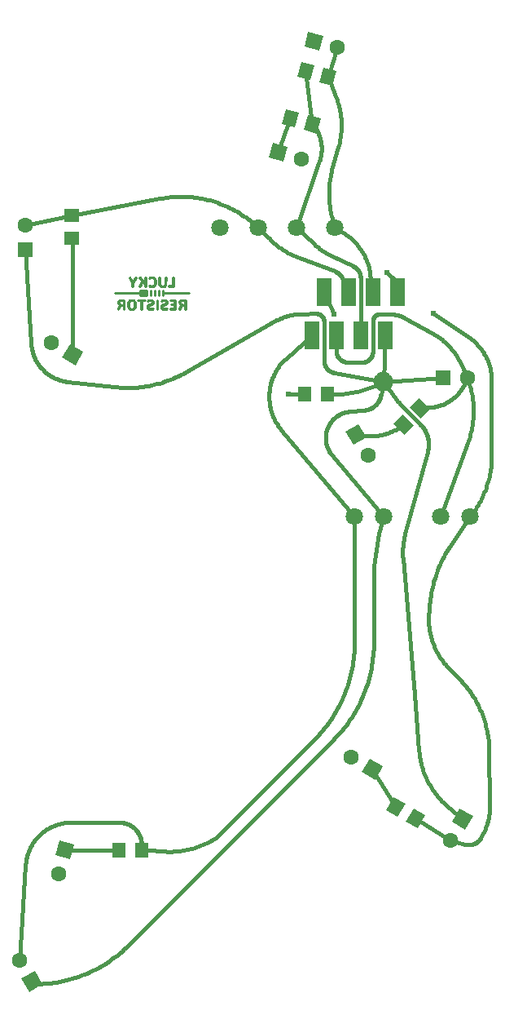
<source format=gbr>
G04 EAGLE Gerber RS-274X export*
G75*
%MOMM*%
%FSLAX34Y34*%
%LPD*%
%INBottom Copper*%
%IPPOS*%
%AMOC8*
5,1,8,0,0,1.08239X$1,22.5*%
G01*
G04 Define Apertures*
%ADD10R,1.600000X1.600000*%
%ADD11C,1.600000*%
%ADD12R,1.400000X1.600000*%
%ADD13R,1.600000X1.400000*%
%ADD14R,1.600000X1.600000*%
%ADD15R,1.500000X3.000000*%
%ADD16C,0.220000*%
%ADD17C,1.800000*%
%ADD18C,0.400000*%
%ADD19C,0.604000*%
G36*
X441649Y670144D02*
X441821Y670175D01*
X443336Y670580D01*
X443500Y670640D01*
X444921Y671303D01*
X445072Y671390D01*
X446356Y672289D01*
X446490Y672401D01*
X447599Y673510D01*
X447711Y673644D01*
X448610Y674928D01*
X448697Y675079D01*
X449360Y676501D01*
X449420Y676664D01*
X449825Y678179D01*
X449856Y678351D01*
X449992Y679913D01*
X449992Y680087D01*
X449856Y681649D01*
X449825Y681821D01*
X449420Y683336D01*
X449360Y683500D01*
X448697Y684921D01*
X448610Y685072D01*
X447711Y686356D01*
X447599Y686490D01*
X446490Y687599D01*
X446356Y687711D01*
X445072Y688610D01*
X444921Y688697D01*
X443500Y689360D01*
X443336Y689420D01*
X441821Y689825D01*
X441649Y689856D01*
X440087Y689992D01*
X439913Y689992D01*
X438351Y689856D01*
X438179Y689825D01*
X436664Y689420D01*
X436501Y689360D01*
X435079Y688697D01*
X434928Y688610D01*
X433644Y687711D01*
X433510Y687599D01*
X432401Y686490D01*
X432289Y686356D01*
X431390Y685072D01*
X431303Y684921D01*
X430640Y683500D01*
X430580Y683336D01*
X430175Y681821D01*
X430144Y681649D01*
X430008Y680087D01*
X430008Y679913D01*
X430144Y678351D01*
X430175Y678179D01*
X430580Y676664D01*
X430640Y676501D01*
X431303Y675079D01*
X431390Y674928D01*
X432289Y673644D01*
X432401Y673510D01*
X433510Y672401D01*
X433644Y672289D01*
X434928Y671390D01*
X435079Y671303D01*
X436501Y670640D01*
X436664Y670580D01*
X438179Y670175D01*
X438351Y670144D01*
X439913Y670008D01*
X440087Y670008D01*
X441649Y670144D01*
G37*
D10*
G36*
X99090Y188111D02*
X103231Y203564D01*
X118684Y199423D01*
X114543Y183970D01*
X99090Y188111D01*
G37*
D11*
X102313Y169233D03*
D10*
G36*
X77778Y68429D02*
X85778Y54573D01*
X71922Y46573D01*
X63922Y60429D01*
X77778Y68429D01*
G37*
D11*
X62150Y79499D03*
D12*
X165000Y193900D03*
X189000Y193900D03*
X357900Y667000D03*
X381900Y667000D03*
D10*
G36*
X425771Y288678D02*
X439627Y280678D01*
X431627Y266822D01*
X417771Y274822D01*
X425771Y288678D01*
G37*
D11*
X406701Y290450D03*
D10*
G36*
X511422Y222971D02*
X519422Y236827D01*
X533278Y228827D01*
X525278Y214971D01*
X511422Y222971D01*
G37*
D11*
X509650Y203901D03*
D13*
G36*
X442846Y235172D02*
X450846Y249028D01*
X462970Y242028D01*
X454970Y228172D01*
X442846Y235172D01*
G37*
G36*
X463630Y223172D02*
X471630Y237028D01*
X483754Y230028D01*
X475754Y216172D01*
X463630Y223172D01*
G37*
D10*
G36*
X408722Y614071D02*
X400722Y627927D01*
X414578Y635927D01*
X422578Y622071D01*
X408722Y614071D01*
G37*
D11*
X424350Y603001D03*
D14*
X502000Y683800D03*
D11*
X527400Y683800D03*
D13*
G36*
X462122Y624709D02*
X450809Y636022D01*
X460708Y645921D01*
X472021Y634608D01*
X462122Y624709D01*
G37*
G36*
X479092Y641679D02*
X467779Y652992D01*
X477678Y662891D01*
X488991Y651578D01*
X479092Y641679D01*
G37*
D10*
G36*
X114371Y718778D02*
X128227Y710778D01*
X120227Y696922D01*
X106371Y704922D01*
X114371Y718778D01*
G37*
D11*
X95301Y720550D03*
D14*
X68200Y816800D03*
D11*
X68200Y842200D03*
D13*
X116200Y828400D03*
X116200Y852400D03*
D10*
G36*
X373389Y1023190D02*
X357936Y1027331D01*
X362077Y1042784D01*
X377530Y1038643D01*
X373389Y1023190D01*
G37*
D11*
X392267Y1026413D03*
D10*
G36*
X336289Y907890D02*
X320836Y912031D01*
X324977Y927484D01*
X340430Y923343D01*
X336289Y907890D01*
G37*
D11*
X355167Y911113D03*
D13*
G36*
X334277Y947191D02*
X338419Y962645D01*
X351941Y959021D01*
X347799Y943567D01*
X334277Y947191D01*
G37*
G36*
X357459Y940979D02*
X361601Y956433D01*
X375123Y952809D01*
X370981Y937355D01*
X357459Y940979D01*
G37*
G36*
X391389Y1001978D02*
X387247Y986524D01*
X373725Y990148D01*
X377867Y1005602D01*
X391389Y1001978D01*
G37*
G36*
X368207Y1008190D02*
X364065Y992736D01*
X350543Y996360D01*
X354685Y1011814D01*
X368207Y1008190D01*
G37*
D15*
X454450Y772500D03*
X429050Y772500D03*
X403650Y772500D03*
X378250Y772500D03*
X441750Y727500D03*
X416350Y727500D03*
X390950Y727500D03*
X365550Y727500D03*
D16*
X179464Y755017D02*
X178531Y754941D01*
X179464Y755017D02*
X179885Y755111D01*
X180274Y755243D01*
X180633Y755413D01*
X180961Y755621D01*
X181258Y755865D01*
X181524Y756148D01*
X181758Y756467D01*
X181962Y756824D01*
X182135Y757219D01*
X182386Y758119D01*
X182511Y759167D01*
X182491Y760544D01*
X182386Y761250D01*
X182222Y761869D01*
X182007Y762408D01*
X181747Y762871D01*
X181452Y763265D01*
X181130Y763595D01*
X180788Y763866D01*
X180434Y764085D01*
X180077Y764256D01*
X179383Y764479D01*
X178772Y764581D01*
X178307Y764605D01*
X177847Y764585D01*
X177416Y764526D01*
X177013Y764429D01*
X176638Y764292D01*
X176292Y764118D01*
X175975Y763906D01*
X175687Y763655D01*
X175429Y763368D01*
X175200Y763043D01*
X175001Y762681D01*
X174832Y762282D01*
X174585Y761375D01*
X174461Y760325D01*
X174454Y759332D01*
X174533Y758489D01*
X174713Y757661D01*
X174847Y757263D01*
X175016Y756882D01*
X175222Y756522D01*
X175467Y756188D01*
X175754Y755883D01*
X176087Y755614D01*
X176468Y755384D01*
X176900Y755197D01*
X177386Y755058D01*
X177929Y754971D01*
X178531Y754941D01*
X178840Y764323D02*
X178479Y764343D01*
X178840Y764323D02*
X179183Y764264D01*
X179507Y764166D01*
X179812Y764032D01*
X180096Y763861D01*
X180359Y763654D01*
X180601Y763414D01*
X180820Y763140D01*
X181015Y762834D01*
X181187Y762496D01*
X181457Y761731D01*
X181623Y760852D01*
X181680Y759868D01*
X181579Y758453D01*
X181462Y757866D01*
X181307Y757353D01*
X181119Y756909D01*
X180904Y756529D01*
X180667Y756208D01*
X180413Y755942D01*
X180148Y755725D01*
X179876Y755553D01*
X179604Y755420D01*
X179335Y755323D01*
X178833Y755214D01*
X178410Y755186D01*
X178003Y755212D01*
X177519Y755318D01*
X177260Y755412D01*
X176998Y755539D01*
X176736Y755705D01*
X176481Y755914D01*
X176236Y756171D01*
X176008Y756480D01*
X175801Y756846D01*
X175620Y757273D01*
X175471Y757768D01*
X175286Y758974D01*
X175276Y760220D01*
X175388Y761189D01*
X175608Y762043D01*
X175756Y762425D01*
X175929Y762776D01*
X176126Y763094D01*
X176346Y763378D01*
X176589Y763628D01*
X176853Y763842D01*
X177139Y764020D01*
X177445Y764159D01*
X177771Y764261D01*
X178116Y764322D01*
X178479Y764343D01*
X198040Y754941D02*
X198811Y754991D01*
X199566Y755124D01*
X200893Y755540D01*
X200728Y755944D01*
X199349Y755489D01*
X198662Y755355D01*
X198023Y755306D01*
X197719Y755319D01*
X197440Y755355D01*
X197185Y755413D01*
X196954Y755491D01*
X196745Y755588D01*
X196557Y755703D01*
X196392Y755832D01*
X196246Y755975D01*
X196121Y756130D01*
X196014Y756295D01*
X195926Y756468D01*
X195856Y756648D01*
X195765Y757023D01*
X195736Y757404D01*
X195753Y757683D01*
X195803Y757937D01*
X195883Y758168D01*
X195989Y758377D01*
X196119Y758566D01*
X196270Y758735D01*
X196439Y758888D01*
X196817Y759145D01*
X197231Y759350D01*
X199095Y759988D01*
X199560Y760199D01*
X199951Y760438D01*
X200119Y760571D01*
X200268Y760714D01*
X200398Y760869D01*
X200508Y761036D01*
X200599Y761218D01*
X200670Y761414D01*
X200721Y761627D01*
X200752Y761858D01*
X200762Y762107D01*
X200735Y762517D01*
X200660Y762880D01*
X200541Y763198D01*
X200384Y763475D01*
X200196Y763714D01*
X199982Y763916D01*
X199747Y764086D01*
X199499Y764225D01*
X198982Y764426D01*
X198479Y764540D01*
X197696Y764605D01*
X197010Y764551D01*
X196326Y764397D01*
X195663Y764149D01*
X195040Y763816D01*
X195264Y763531D01*
X195920Y763878D01*
X196545Y764126D01*
X197137Y764276D01*
X197696Y764325D01*
X198153Y764287D01*
X198368Y764240D01*
X198572Y764176D01*
X198764Y764096D01*
X198944Y763999D01*
X199111Y763887D01*
X199264Y763762D01*
X199402Y763622D01*
X199524Y763470D01*
X199630Y763306D01*
X199718Y763130D01*
X199789Y762944D01*
X199840Y762748D01*
X199871Y762544D01*
X199882Y762331D01*
X199865Y762056D01*
X199817Y761806D01*
X199740Y761577D01*
X199636Y761368D01*
X199509Y761179D01*
X199360Y761008D01*
X199192Y760853D01*
X198810Y760586D01*
X198384Y760367D01*
X196400Y759651D01*
X195930Y759434D01*
X195541Y759191D01*
X195377Y759058D01*
X195232Y758914D01*
X195107Y758759D01*
X195002Y758591D01*
X194916Y758408D01*
X194849Y758210D01*
X194802Y757995D01*
X194764Y757508D01*
X194790Y757097D01*
X194864Y756732D01*
X194982Y756410D01*
X195137Y756129D01*
X195325Y755886D01*
X195541Y755677D01*
X195778Y755502D01*
X196033Y755356D01*
X196571Y755142D01*
X197113Y755016D01*
X198040Y754941D01*
X212436Y754941D02*
X213206Y754991D01*
X213961Y755124D01*
X215288Y755542D01*
X215123Y755944D01*
X213744Y755489D01*
X213057Y755355D01*
X212418Y755306D01*
X212115Y755319D01*
X211835Y755355D01*
X211580Y755413D01*
X211349Y755491D01*
X211139Y755588D01*
X210952Y755703D01*
X210786Y755832D01*
X210641Y755975D01*
X210515Y756130D01*
X210408Y756295D01*
X210320Y756468D01*
X210250Y756648D01*
X210158Y757023D01*
X210129Y757404D01*
X210147Y757683D01*
X210197Y757937D01*
X210276Y758168D01*
X210383Y758377D01*
X210513Y758566D01*
X210664Y758735D01*
X210833Y758888D01*
X211212Y759145D01*
X211626Y759350D01*
X213490Y759988D01*
X213955Y760199D01*
X214347Y760438D01*
X214514Y760571D01*
X214663Y760714D01*
X214793Y760869D01*
X214903Y761036D01*
X214994Y761218D01*
X215065Y761414D01*
X215116Y761627D01*
X215147Y761858D01*
X215157Y762107D01*
X215131Y762517D01*
X215055Y762880D01*
X214936Y763198D01*
X214779Y763475D01*
X214591Y763714D01*
X214377Y763916D01*
X214143Y764086D01*
X213894Y764225D01*
X213378Y764426D01*
X212874Y764540D01*
X212091Y764605D01*
X211406Y764552D01*
X210722Y764397D01*
X210058Y764150D01*
X209435Y763816D01*
X209661Y763531D01*
X210317Y763878D01*
X210942Y764126D01*
X211534Y764276D01*
X212091Y764325D01*
X212549Y764287D01*
X212763Y764240D01*
X212967Y764176D01*
X213159Y764096D01*
X213339Y763999D01*
X213506Y763887D01*
X213659Y763762D01*
X213797Y763622D01*
X213919Y763470D01*
X214025Y763306D01*
X214114Y763130D01*
X214184Y762944D01*
X214235Y762748D01*
X214266Y762544D01*
X214277Y762331D01*
X214260Y762056D01*
X214212Y761806D01*
X214135Y761577D01*
X214031Y761368D01*
X213904Y761179D01*
X213755Y761008D01*
X213587Y760853D01*
X213206Y760586D01*
X212780Y760367D01*
X210796Y759651D01*
X210327Y759434D01*
X209939Y759191D01*
X209775Y759058D01*
X209630Y758914D01*
X209505Y758759D01*
X209400Y758591D01*
X209314Y758408D01*
X209248Y758210D01*
X209201Y757995D01*
X209163Y757508D01*
X209189Y757097D01*
X209263Y756732D01*
X209381Y756410D01*
X209536Y756129D01*
X209724Y755886D01*
X209939Y755677D01*
X210176Y755502D01*
X210430Y755356D01*
X210968Y755142D01*
X211509Y755016D01*
X212436Y754941D01*
X166293Y758505D02*
X164792Y755148D01*
X166293Y758505D02*
X166529Y758808D01*
X166655Y758932D01*
X166915Y759130D01*
X167181Y759270D01*
X167442Y759361D01*
X167688Y759412D01*
X168931Y759429D01*
X169040Y759413D01*
X169146Y759386D01*
X169247Y759349D01*
X169343Y759302D01*
X169433Y759247D01*
X169518Y759184D01*
X169596Y759113D01*
X169667Y759035D01*
X169730Y758950D01*
X169785Y758859D01*
X169832Y758763D01*
X169869Y758662D01*
X169896Y758556D01*
X169912Y758447D01*
X169918Y755148D01*
X170683Y755148D01*
X170683Y764398D01*
X166658Y764348D01*
X165867Y764208D01*
X165550Y764108D01*
X165280Y763991D01*
X165054Y763859D01*
X164867Y763712D01*
X164716Y763553D01*
X164598Y763384D01*
X164508Y763206D01*
X164443Y763021D01*
X164398Y762830D01*
X164358Y762441D01*
X164361Y762063D01*
X164414Y761723D01*
X164511Y761416D01*
X164647Y761141D01*
X164812Y760899D01*
X165001Y760690D01*
X165205Y760515D01*
X165416Y760374D01*
X165590Y760280D01*
X165716Y760193D01*
X165828Y760091D01*
X165923Y759974D01*
X166002Y759847D01*
X166063Y759709D01*
X166104Y759563D01*
X166126Y759411D01*
X166126Y759256D01*
X166104Y759104D01*
X166063Y758958D01*
X166002Y758820D01*
X165923Y758693D01*
X165828Y758577D01*
X165716Y758474D01*
X165590Y758387D01*
X165516Y758346D01*
X165498Y758333D01*
X165445Y758280D01*
X165378Y758188D01*
X164030Y755148D01*
X164792Y755148D01*
X168819Y764291D02*
X168931Y764285D01*
X169040Y764269D01*
X169146Y764242D01*
X169247Y764205D01*
X169343Y764158D01*
X169433Y764103D01*
X169518Y764040D01*
X169596Y763969D01*
X169667Y763891D01*
X169730Y763806D01*
X169785Y763715D01*
X169832Y763619D01*
X169869Y763518D01*
X169896Y763412D01*
X169912Y763303D01*
X169912Y760496D01*
X169896Y760386D01*
X169869Y760281D01*
X169832Y760180D01*
X169785Y760083D01*
X169730Y759993D01*
X169667Y759908D01*
X169596Y759830D01*
X169518Y759759D01*
X169433Y759695D01*
X169343Y759640D01*
X169247Y759594D01*
X169146Y759557D01*
X169040Y759530D01*
X168931Y759513D01*
X167420Y759519D01*
X167153Y759553D01*
X166901Y759608D01*
X166663Y759684D01*
X166441Y759781D01*
X166234Y759898D01*
X166044Y760033D01*
X165871Y760187D01*
X165716Y760359D01*
X165580Y760548D01*
X165463Y760753D01*
X165366Y760974D01*
X165289Y761210D01*
X165233Y761461D01*
X165188Y762003D01*
X165213Y762401D01*
X165298Y762801D01*
X165367Y762997D01*
X165458Y763186D01*
X165571Y763367D01*
X165708Y763539D01*
X165872Y763698D01*
X166065Y763842D01*
X166287Y763971D01*
X166542Y764080D01*
X166832Y764169D01*
X167157Y764236D01*
X168819Y764291D01*
X188889Y763027D02*
X188883Y755148D01*
X188889Y763027D02*
X188906Y763137D01*
X188933Y763242D01*
X188970Y763343D01*
X189016Y763439D01*
X189071Y763530D01*
X189134Y763615D01*
X189205Y763693D01*
X189283Y763764D01*
X189368Y763827D01*
X189459Y763883D01*
X189555Y763929D01*
X189656Y763966D01*
X189761Y763993D01*
X189870Y764010D01*
X191932Y764015D01*
X191932Y764398D01*
X184966Y764398D01*
X184966Y764015D01*
X187149Y764010D01*
X187258Y763993D01*
X187363Y763966D01*
X187464Y763929D01*
X187560Y763883D01*
X187651Y763827D01*
X187736Y763764D01*
X187814Y763693D01*
X187885Y763615D01*
X187948Y763530D01*
X188003Y763439D01*
X188049Y763343D01*
X188086Y763242D01*
X188113Y763137D01*
X188130Y763027D01*
X188136Y755148D01*
X188883Y755148D01*
X205394Y755148D02*
X205394Y764398D01*
X204634Y764398D01*
X204634Y755148D01*
X205394Y755148D01*
X223923Y755148D02*
X223923Y764398D01*
X218633Y764398D01*
X218633Y764015D01*
X222174Y764010D01*
X222283Y763993D01*
X222389Y763966D01*
X222490Y763929D01*
X222586Y763883D01*
X222677Y763827D01*
X222762Y763764D01*
X222840Y763693D01*
X222911Y763615D01*
X222974Y763530D01*
X223029Y763439D01*
X223076Y763343D01*
X223113Y763242D01*
X223140Y763137D01*
X223156Y763027D01*
X223156Y761064D01*
X223140Y760955D01*
X223113Y760849D01*
X223076Y760748D01*
X223029Y760652D01*
X222974Y760561D01*
X222911Y760476D01*
X222840Y760398D01*
X222762Y760327D01*
X222677Y760264D01*
X222586Y760209D01*
X222490Y760162D01*
X222389Y760125D01*
X222283Y760098D01*
X222174Y760082D01*
X219271Y760076D01*
X219271Y759694D01*
X222174Y759688D01*
X222283Y759671D01*
X222389Y759644D01*
X222490Y759607D01*
X222586Y759561D01*
X222677Y759506D01*
X222762Y759442D01*
X222840Y759371D01*
X222911Y759293D01*
X222974Y759208D01*
X223029Y759118D01*
X223076Y759021D01*
X223113Y758920D01*
X223140Y758815D01*
X223156Y758705D01*
X223156Y756517D01*
X223140Y756407D01*
X223113Y756302D01*
X223076Y756201D01*
X223029Y756104D01*
X222974Y756014D01*
X222911Y755929D01*
X222840Y755851D01*
X222762Y755780D01*
X222677Y755716D01*
X222586Y755661D01*
X222490Y755615D01*
X222389Y755578D01*
X222283Y755551D01*
X222174Y755534D01*
X218513Y755528D01*
X218513Y755148D01*
X223923Y755148D01*
X228505Y755148D02*
X230007Y758505D01*
X230242Y758808D01*
X230497Y759039D01*
X230762Y759207D01*
X231026Y759321D01*
X231280Y759391D01*
X231516Y759426D01*
X232643Y759429D01*
X232753Y759413D01*
X232858Y759386D01*
X232959Y759349D01*
X233056Y759302D01*
X233146Y759247D01*
X233231Y759184D01*
X233309Y759113D01*
X233380Y759035D01*
X233444Y758950D01*
X233499Y758859D01*
X233545Y758763D01*
X233582Y758662D01*
X233609Y758556D01*
X233626Y758447D01*
X233632Y755148D01*
X234393Y755148D01*
X234393Y764398D01*
X230370Y764348D01*
X229580Y764208D01*
X229264Y764108D01*
X228994Y763991D01*
X228768Y763859D01*
X228581Y763712D01*
X228431Y763553D01*
X228313Y763384D01*
X228223Y763206D01*
X228158Y763021D01*
X228113Y762830D01*
X228073Y762441D01*
X228076Y762063D01*
X228129Y761723D01*
X228226Y761416D01*
X228361Y761141D01*
X228527Y760899D01*
X228715Y760690D01*
X228918Y760515D01*
X229129Y760374D01*
X229304Y760280D01*
X229430Y760193D01*
X229542Y760091D01*
X229638Y759974D01*
X229717Y759847D01*
X229778Y759709D01*
X229820Y759563D01*
X229841Y759411D01*
X229841Y759256D01*
X229820Y759104D01*
X229778Y758958D01*
X229717Y758820D01*
X229638Y758693D01*
X229542Y758577D01*
X229430Y758474D01*
X229304Y758387D01*
X229230Y758346D01*
X229212Y758333D01*
X229160Y758280D01*
X229091Y758188D01*
X229018Y758055D01*
X227741Y755148D01*
X228505Y755148D01*
X232531Y764291D02*
X232643Y764285D01*
X232753Y764269D01*
X232858Y764242D01*
X232959Y764205D01*
X233056Y764158D01*
X233146Y764103D01*
X233231Y764040D01*
X233309Y763969D01*
X233380Y763891D01*
X233444Y763806D01*
X233499Y763715D01*
X233545Y763619D01*
X233582Y763518D01*
X233609Y763412D01*
X233626Y763303D01*
X233626Y760496D01*
X233609Y760386D01*
X233582Y760281D01*
X233545Y760180D01*
X233499Y760083D01*
X233444Y759993D01*
X233380Y759908D01*
X233309Y759830D01*
X233231Y759759D01*
X233146Y759695D01*
X233056Y759640D01*
X232959Y759594D01*
X232858Y759557D01*
X232753Y759530D01*
X232643Y759513D01*
X231132Y759519D01*
X230866Y759553D01*
X230613Y759608D01*
X230376Y759684D01*
X230153Y759781D01*
X229947Y759898D01*
X229757Y760033D01*
X229584Y760187D01*
X229429Y760359D01*
X229292Y760548D01*
X229175Y760753D01*
X229078Y760974D01*
X229001Y761210D01*
X228945Y761461D01*
X228900Y762003D01*
X228925Y762401D01*
X229009Y762801D01*
X229079Y762997D01*
X229169Y763186D01*
X229282Y763367D01*
X229420Y763539D01*
X229584Y763698D01*
X229777Y763842D01*
X229999Y763971D01*
X230254Y764080D01*
X230544Y764169D01*
X230869Y764236D01*
X232531Y764291D01*
X193702Y774457D02*
X187616Y774457D01*
X187616Y772782D01*
X187616Y770862D01*
X187616Y769021D01*
X193702Y769021D01*
X199194Y778552D02*
X199814Y778581D01*
X200373Y778667D01*
X200873Y778804D01*
X201317Y778988D01*
X201709Y779215D01*
X202051Y779481D01*
X202347Y779780D01*
X202599Y780110D01*
X202810Y780464D01*
X202984Y780840D01*
X203229Y781637D01*
X203359Y782465D01*
X203397Y783289D01*
X203363Y784077D01*
X203266Y784778D01*
X203112Y785395D01*
X202909Y785935D01*
X202663Y786402D01*
X202381Y786802D01*
X202070Y787140D01*
X201737Y787420D01*
X201389Y787648D01*
X201032Y787829D01*
X200675Y787969D01*
X199983Y788142D01*
X199369Y788209D01*
X198922Y788211D01*
X198559Y788178D01*
X198209Y788112D01*
X197873Y788012D01*
X197551Y787880D01*
X197243Y787715D01*
X196949Y787516D01*
X196535Y787158D01*
X196883Y786908D01*
X197435Y787367D01*
X197720Y787547D01*
X198012Y787694D01*
X198309Y787808D01*
X198614Y787889D01*
X198926Y787937D01*
X199246Y787954D01*
X199546Y787940D01*
X199847Y787896D01*
X200144Y787823D01*
X200436Y787717D01*
X200720Y787579D01*
X200993Y787406D01*
X201253Y787196D01*
X201497Y786950D01*
X201722Y786664D01*
X201926Y786338D01*
X202105Y785971D01*
X202258Y785561D01*
X202474Y784605D01*
X202550Y783461D01*
X202520Y782693D01*
X202433Y782013D01*
X202297Y781416D01*
X202117Y780897D01*
X201902Y780450D01*
X201656Y780071D01*
X201388Y779753D01*
X201103Y779491D01*
X200809Y779280D01*
X200512Y779115D01*
X200218Y778990D01*
X199669Y778839D01*
X199215Y778784D01*
X198615Y778803D01*
X198056Y778911D01*
X197504Y779105D01*
X196821Y779472D01*
X196666Y779272D01*
X197247Y778947D01*
X197851Y778723D01*
X198494Y778593D01*
X199194Y778552D01*
X210524Y778552D02*
X211483Y778605D01*
X212252Y778760D01*
X212570Y778873D01*
X212848Y779009D01*
X213088Y779168D01*
X213292Y779347D01*
X213463Y779547D01*
X213603Y779766D01*
X213715Y780004D01*
X213801Y780260D01*
X213906Y780822D01*
X213936Y788009D01*
X213175Y788009D01*
X213128Y780994D01*
X213069Y780707D01*
X212989Y780439D01*
X212887Y780190D01*
X212763Y779959D01*
X212618Y779749D01*
X212453Y779558D01*
X212268Y779387D01*
X212063Y779238D01*
X211840Y779111D01*
X211598Y779005D01*
X211338Y778922D01*
X211060Y778862D01*
X210455Y778814D01*
X210166Y778826D01*
X209890Y778864D01*
X209627Y778925D01*
X209379Y779010D01*
X209147Y779117D01*
X208930Y779245D01*
X208730Y779394D01*
X208548Y779563D01*
X208385Y779751D01*
X208240Y779957D01*
X208116Y780181D01*
X208013Y780421D01*
X207931Y780677D01*
X207871Y780948D01*
X207823Y788009D01*
X207061Y788009D01*
X207091Y780755D01*
X207177Y780372D01*
X207311Y780036D01*
X207488Y779744D01*
X207701Y779492D01*
X207942Y779279D01*
X208207Y779100D01*
X208488Y778952D01*
X209071Y778741D01*
X209640Y778620D01*
X210524Y778552D01*
X179929Y778759D02*
X179937Y782181D01*
X179960Y782311D01*
X179999Y782438D01*
X182909Y788009D01*
X182169Y788009D01*
X180410Y784365D01*
X180315Y784243D01*
X180205Y784136D01*
X180082Y784046D01*
X179947Y783973D01*
X179804Y783920D01*
X179652Y783888D01*
X179495Y783876D01*
X179338Y783887D01*
X179182Y783919D01*
X179029Y783970D01*
X178883Y784040D01*
X178749Y784127D01*
X178629Y784230D01*
X178526Y784349D01*
X176664Y788009D01*
X176109Y788009D01*
X179108Y782467D01*
X179149Y782336D01*
X179174Y782202D01*
X179182Y778759D01*
X179929Y778759D01*
X187195Y778759D02*
X189030Y782500D01*
X189115Y782613D01*
X189214Y782713D01*
X189324Y782800D01*
X189444Y782871D01*
X189573Y782928D01*
X189709Y782967D01*
X189887Y782992D01*
X189936Y782994D01*
X190078Y782987D01*
X190206Y782964D01*
X190329Y782926D01*
X190447Y782875D01*
X190557Y782810D01*
X190660Y782733D01*
X190754Y782643D01*
X191902Y781074D01*
X191980Y780920D01*
X192033Y780756D01*
X192060Y780585D01*
X192063Y778759D01*
X192807Y778759D01*
X192807Y788009D01*
X192063Y788009D01*
X192047Y785209D01*
X191995Y784917D01*
X191913Y784661D01*
X191802Y784440D01*
X191667Y784255D01*
X191591Y784177D01*
X191511Y784107D01*
X191426Y784046D01*
X191337Y783994D01*
X191245Y783951D01*
X191149Y783917D01*
X191051Y783892D01*
X190950Y783877D01*
X190848Y783870D01*
X190639Y783885D01*
X190428Y783937D01*
X190219Y784025D01*
X190013Y784151D01*
X189816Y784314D01*
X189631Y784515D01*
X187247Y788009D01*
X186661Y788009D01*
X188826Y784873D01*
X188884Y784738D01*
X188924Y784598D01*
X188944Y784454D01*
X188945Y784309D01*
X188927Y784164D01*
X188889Y784022D01*
X186279Y778759D01*
X187195Y778759D01*
X222287Y778759D02*
X222287Y788009D01*
X221510Y788009D01*
X221504Y780146D01*
X221488Y780037D01*
X221461Y779932D01*
X221424Y779830D01*
X221377Y779734D01*
X221322Y779643D01*
X221259Y779559D01*
X221188Y779481D01*
X221110Y779410D01*
X221025Y779346D01*
X220934Y779291D01*
X220838Y779245D01*
X220737Y779208D01*
X220631Y779181D01*
X220522Y779164D01*
X216945Y779158D01*
X216945Y778759D01*
X222287Y778759D01*
X210749Y771901D02*
X238019Y771901D01*
X187603Y771763D02*
X160665Y771763D01*
X210749Y774457D02*
X210749Y769021D01*
X206487Y769021D02*
X206487Y774457D01*
X202226Y774457D02*
X202226Y769021D01*
X197964Y769021D02*
X197964Y774457D01*
X193702Y774457D02*
X193702Y772782D01*
X193702Y770862D01*
X193702Y769021D01*
X193702Y772782D02*
X187616Y772782D01*
X187616Y770862D02*
X193702Y770862D01*
D17*
X410000Y540000D03*
X530000Y540000D03*
X500000Y540000D03*
X310000Y840000D03*
X350000Y840000D03*
X390000Y840000D03*
X440000Y540000D03*
X270000Y840000D03*
D18*
X188788Y199958D02*
X189000Y193900D01*
X188789Y199957D02*
X188762Y200526D01*
X188721Y201094D01*
X188667Y201661D01*
X188598Y202226D01*
X188516Y202790D01*
X188420Y203351D01*
X188311Y203910D01*
X188188Y204466D01*
X188051Y205019D01*
X187901Y205568D01*
X187738Y206114D01*
X187561Y206655D01*
X187372Y207192D01*
X187169Y207724D01*
X186953Y208251D01*
X186725Y208773D01*
X186484Y209289D01*
X186230Y209798D01*
X185964Y210302D01*
X185686Y210799D01*
X185396Y211289D01*
X185094Y211771D01*
X184780Y212247D01*
X184455Y212714D01*
X184118Y213174D01*
X183771Y213625D01*
X183412Y214067D01*
X183043Y214501D01*
X182663Y214925D01*
X182274Y215340D01*
X181874Y215745D01*
X181464Y216141D01*
X181045Y216526D01*
X180616Y216902D01*
X180179Y217266D01*
X179733Y217620D01*
X179278Y217963D01*
X178815Y218294D01*
X178344Y218615D01*
X177866Y218923D01*
X177380Y219220D01*
X176887Y219505D01*
X176387Y219778D01*
X175881Y220039D01*
X175368Y220287D01*
X174850Y220523D01*
X174326Y220745D01*
X173797Y220956D01*
X173262Y221153D01*
X172724Y221337D01*
X172180Y221508D01*
X171633Y221665D01*
X171082Y221809D01*
X170528Y221940D01*
X169971Y222057D01*
X169411Y222161D01*
X168848Y222251D01*
X168284Y222327D01*
X167718Y222389D01*
X167151Y222438D01*
X166582Y222472D01*
X166013Y222493D01*
X165444Y222500D01*
X115139Y222500D01*
X113992Y222486D01*
X112846Y222444D01*
X111701Y222374D01*
X110558Y222277D01*
X109418Y222151D01*
X108281Y221998D01*
X107149Y221817D01*
X106021Y221609D01*
X104898Y221373D01*
X103782Y221110D01*
X102672Y220820D01*
X101570Y220503D01*
X100476Y220159D01*
X99390Y219788D01*
X98314Y219392D01*
X97248Y218969D01*
X96192Y218520D01*
X95148Y218046D01*
X94115Y217546D01*
X93095Y217022D01*
X92089Y216472D01*
X91095Y215899D01*
X90116Y215301D01*
X89152Y214680D01*
X88203Y214035D01*
X87271Y213368D01*
X86355Y212678D01*
X85455Y211966D01*
X84574Y211232D01*
X83711Y210477D01*
X82866Y209701D01*
X82040Y208905D01*
X81234Y208088D01*
X80448Y207253D01*
X79683Y206399D01*
X78939Y205526D01*
X78216Y204635D01*
X77515Y203727D01*
X76837Y202802D01*
X76181Y201861D01*
X75549Y200905D01*
X74939Y199933D01*
X74354Y198946D01*
X73793Y197946D01*
X73256Y196932D01*
X72745Y195906D01*
X72258Y194867D01*
X71797Y193817D01*
X71361Y192756D01*
X70952Y191684D01*
X70569Y190603D01*
X70212Y189513D01*
X69882Y188415D01*
X69579Y187309D01*
X69302Y186195D01*
X69053Y185076D01*
X68832Y183950D01*
X68637Y182820D01*
X68471Y181685D01*
X68332Y180547D01*
X68221Y179405D01*
X68137Y178261D01*
X62150Y79499D01*
X267871Y207871D02*
X367574Y307574D01*
X367574Y307573D02*
X369982Y310040D01*
X372331Y312563D01*
X374620Y315141D01*
X376846Y317774D01*
X379009Y320458D01*
X381108Y323193D01*
X383141Y325977D01*
X385107Y328809D01*
X387005Y331687D01*
X388834Y334609D01*
X390593Y337574D01*
X392281Y340579D01*
X393897Y343625D01*
X395441Y346707D01*
X396910Y349826D01*
X398305Y352979D01*
X399624Y356164D01*
X400867Y359379D01*
X402033Y362623D01*
X403122Y365894D01*
X404132Y369190D01*
X405064Y372509D01*
X405917Y375850D01*
X406690Y379209D01*
X407382Y382586D01*
X407994Y385979D01*
X408526Y389385D01*
X408976Y392803D01*
X409344Y396231D01*
X409631Y399666D01*
X409836Y403108D01*
X409959Y406553D01*
X410000Y410000D01*
X410000Y540000D01*
X267871Y207871D02*
X266016Y206647D01*
X264132Y205469D01*
X262220Y204337D01*
X260281Y203253D01*
X258315Y202216D01*
X256325Y201228D01*
X254311Y200289D01*
X252274Y199400D01*
X250217Y198562D01*
X248139Y197773D01*
X246043Y197037D01*
X243929Y196351D01*
X241799Y195718D01*
X239654Y195138D01*
X237496Y194610D01*
X235325Y194135D01*
X233143Y193714D01*
X230952Y193346D01*
X228752Y193033D01*
X226545Y192773D01*
X224333Y192568D01*
X222116Y192417D01*
X219896Y192320D01*
X217674Y192278D01*
X215452Y192290D01*
X213231Y192357D01*
X211012Y192479D01*
X208797Y192655D01*
X206587Y192885D01*
X204383Y193169D01*
X202187Y193508D01*
X200000Y193900D01*
X189000Y193900D01*
X410000Y540000D02*
X333848Y629998D01*
X333847Y629998D02*
X333023Y630996D01*
X332224Y632014D01*
X331449Y633051D01*
X330700Y634107D01*
X329977Y635180D01*
X329279Y636270D01*
X328609Y637377D01*
X327966Y638501D01*
X327350Y639639D01*
X326761Y640792D01*
X326201Y641959D01*
X325670Y643139D01*
X325167Y644332D01*
X324693Y645536D01*
X324249Y646752D01*
X323834Y647978D01*
X323449Y649214D01*
X323095Y650459D01*
X322770Y651712D01*
X322476Y652972D01*
X322213Y654239D01*
X321981Y655513D01*
X321779Y656791D01*
X321609Y658074D01*
X321470Y659361D01*
X321362Y660651D01*
X321285Y661943D01*
X321240Y663236D01*
X321226Y664531D01*
X321244Y665825D01*
X321293Y667118D01*
X321373Y668410D01*
X321485Y669700D01*
X321627Y670986D01*
X321802Y672269D01*
X322007Y673547D01*
X322243Y674819D01*
X322510Y676086D01*
X322807Y677345D01*
X323135Y678598D01*
X323494Y679841D01*
X323882Y681076D01*
X324300Y682301D01*
X324748Y683515D01*
X325225Y684718D01*
X325731Y685910D01*
X326266Y687088D01*
X326830Y688254D01*
X327421Y689405D01*
X328040Y690541D01*
X328687Y691663D01*
X329361Y692768D01*
X330061Y693856D01*
X330788Y694928D01*
X331540Y695981D01*
X332317Y697016D01*
X333120Y698031D01*
X333947Y699027D01*
X334798Y700002D01*
X335672Y700957D01*
X336569Y701890D01*
X337488Y702801D01*
X338430Y703689D01*
X339392Y704554D01*
X339392Y704555D02*
X365550Y727500D01*
X165000Y193900D02*
X108887Y193767D01*
X454450Y772500D02*
X454450Y782550D01*
X444000Y793000D01*
D19*
X444000Y793000D03*
D18*
X357873Y667027D02*
X357900Y667000D01*
X357873Y667027D02*
X341200Y666800D01*
D19*
X341200Y666800D03*
D18*
X506784Y239073D02*
X522350Y225899D01*
X506785Y239073D02*
X505220Y240431D01*
X503689Y241826D01*
X502193Y243259D01*
X500732Y244728D01*
X499307Y246232D01*
X497920Y247771D01*
X496572Y249344D01*
X495262Y250949D01*
X493991Y252585D01*
X492762Y254253D01*
X491573Y255950D01*
X490427Y257675D01*
X489323Y259428D01*
X488263Y261208D01*
X487246Y263013D01*
X486274Y264843D01*
X485348Y266695D01*
X484467Y268570D01*
X483632Y270467D01*
X482844Y272382D01*
X482103Y274317D01*
X481410Y276269D01*
X480765Y278238D01*
X480168Y280222D01*
X479620Y282220D01*
X479122Y284231D01*
X478672Y286253D01*
X478273Y288286D01*
X477923Y290328D01*
X477624Y292378D01*
X477375Y294435D01*
X477177Y296497D01*
X477176Y296496D02*
X472222Y355561D01*
X462765Y521948D02*
X485981Y607119D01*
X462765Y521948D02*
X462331Y520277D01*
X461935Y518596D01*
X461579Y516907D01*
X461262Y515209D01*
X460985Y513505D01*
X460748Y511795D01*
X460550Y510079D01*
X460393Y508360D01*
X460276Y506637D01*
X460199Y504912D01*
X460162Y503185D01*
X460166Y501459D01*
X460210Y499732D01*
X460294Y498008D01*
X460418Y496285D01*
X472222Y355561D01*
X378300Y742600D02*
X378294Y742794D01*
X378283Y742989D01*
X378268Y743183D01*
X378248Y743376D01*
X378223Y743569D01*
X378193Y743761D01*
X378159Y743953D01*
X378121Y744144D01*
X378078Y744333D01*
X378030Y744522D01*
X377977Y744709D01*
X377921Y744895D01*
X377859Y745080D01*
X377794Y745263D01*
X377723Y745445D01*
X377649Y745624D01*
X377570Y745802D01*
X377487Y745978D01*
X377399Y746152D01*
X377308Y746324D01*
X377212Y746493D01*
X377112Y746660D01*
X377009Y746825D01*
X376901Y746987D01*
X376789Y747146D01*
X376674Y747303D01*
X376555Y747457D01*
X376432Y747607D01*
X376306Y747755D01*
X376176Y747900D01*
X376042Y748042D01*
X375906Y748180D01*
X375765Y748315D01*
X375622Y748447D01*
X375476Y748575D01*
X375326Y748699D01*
X375174Y748820D01*
X375018Y748937D01*
X374860Y749050D01*
X374699Y749160D01*
X374536Y749265D01*
X374370Y749367D01*
X374202Y749465D01*
X374031Y749558D01*
X373858Y749647D01*
X373683Y749732D01*
X373506Y749813D01*
X373327Y749890D01*
X373147Y749962D01*
X372964Y750030D01*
X372780Y750093D01*
X372595Y750152D01*
X372408Y750206D01*
X372220Y750256D01*
X372031Y750302D01*
X371841Y750342D01*
X371649Y750378D01*
X371457Y750410D01*
X371265Y750437D01*
X371071Y750459D01*
X370878Y750477D01*
X370683Y750489D01*
X370489Y750497D01*
X370295Y750501D01*
X370100Y750500D01*
X389269Y688962D02*
X440000Y680000D01*
X389270Y688962D02*
X388950Y689022D01*
X388632Y689090D01*
X388316Y689166D01*
X388002Y689250D01*
X387690Y689342D01*
X387380Y689441D01*
X387073Y689547D01*
X386768Y689661D01*
X386466Y689783D01*
X386168Y689912D01*
X385872Y690048D01*
X385581Y690191D01*
X385292Y690342D01*
X385008Y690499D01*
X384727Y690664D01*
X384451Y690835D01*
X384178Y691013D01*
X383911Y691197D01*
X383647Y691389D01*
X383389Y691586D01*
X383135Y691790D01*
X382887Y692000D01*
X382644Y692215D01*
X382406Y692437D01*
X382174Y692665D01*
X381947Y692898D01*
X381726Y693137D01*
X381511Y693380D01*
X381302Y693630D01*
X381099Y693884D01*
X380902Y694143D01*
X380712Y694407D01*
X380529Y694675D01*
X380352Y694948D01*
X380181Y695225D01*
X380018Y695506D01*
X379861Y695791D01*
X379712Y696080D01*
X379570Y696373D01*
X379434Y696668D01*
X379307Y696967D01*
X379186Y697270D01*
X379073Y697574D01*
X378967Y697882D01*
X378869Y698192D01*
X378779Y698505D01*
X378696Y698819D01*
X378621Y699136D01*
X378554Y699454D01*
X378495Y699774D01*
X378443Y700095D01*
X378399Y700417D01*
X378364Y700740D01*
X378336Y701064D01*
X378316Y701389D01*
X378304Y701714D01*
X378300Y702039D01*
X378300Y742600D01*
X460935Y653085D02*
X478413Y635606D01*
X478915Y635092D01*
X479403Y634566D01*
X479879Y634028D01*
X480342Y633479D01*
X480791Y632919D01*
X481226Y632347D01*
X481647Y631766D01*
X482053Y631174D01*
X482445Y630572D01*
X482823Y629961D01*
X483185Y629341D01*
X483532Y628713D01*
X483863Y628076D01*
X484179Y627431D01*
X484479Y626778D01*
X484763Y626119D01*
X485030Y625452D01*
X485281Y624780D01*
X485516Y624101D01*
X485734Y623417D01*
X485935Y622728D01*
X486120Y622034D01*
X486287Y621335D01*
X486437Y620633D01*
X486570Y619927D01*
X486686Y619219D01*
X486784Y618507D01*
X486865Y617794D01*
X486929Y617079D01*
X486975Y616362D01*
X487003Y615645D01*
X487014Y614927D01*
X487007Y614209D01*
X486983Y613491D01*
X486941Y612774D01*
X486882Y612058D01*
X486805Y611345D01*
X486711Y610633D01*
X486599Y609923D01*
X486470Y609217D01*
X486324Y608514D01*
X486161Y607815D01*
X485980Y607120D01*
X454088Y661019D02*
X440000Y680000D01*
X454088Y661019D02*
X455147Y659628D01*
X456240Y658264D01*
X457366Y656926D01*
X458524Y655617D01*
X459714Y654336D01*
X460935Y653085D01*
X440000Y680000D02*
X441750Y727500D01*
X442438Y681829D02*
X440000Y680000D01*
X175522Y95522D02*
X173160Y93216D01*
X170744Y90967D01*
X168276Y88776D01*
X165755Y86644D01*
X163185Y84573D01*
X160567Y82564D01*
X157901Y80617D01*
X155189Y78734D01*
X152434Y76917D01*
X149636Y75166D01*
X146798Y73481D01*
X143919Y71865D01*
X141004Y70318D01*
X138052Y68840D01*
X135066Y67433D01*
X132048Y66098D01*
X128998Y64835D01*
X125919Y63645D01*
X122813Y62528D01*
X119681Y61486D01*
X116525Y60518D01*
X113347Y59626D01*
X110149Y58810D01*
X106932Y58070D01*
X103699Y57406D01*
X100450Y56820D01*
X97189Y56312D01*
X93917Y55881D01*
X90635Y55528D01*
X87345Y55253D01*
X84050Y55057D01*
X80752Y54939D01*
X77451Y54900D01*
X175522Y95522D02*
X387574Y307574D01*
X387574Y307573D02*
X389982Y310040D01*
X392331Y312563D01*
X394620Y315141D01*
X396846Y317774D01*
X399009Y320458D01*
X401108Y323193D01*
X403141Y325977D01*
X405107Y328809D01*
X407005Y331687D01*
X408834Y334609D01*
X410593Y337574D01*
X412281Y340579D01*
X413897Y343625D01*
X415441Y346707D01*
X416910Y349826D01*
X418305Y352979D01*
X419624Y356164D01*
X420867Y359379D01*
X422033Y362623D01*
X423122Y365894D01*
X424132Y369190D01*
X425064Y372509D01*
X425917Y375850D01*
X426690Y379209D01*
X427382Y382586D01*
X427994Y385979D01*
X428526Y389385D01*
X428976Y392803D01*
X429344Y396231D01*
X429631Y399666D01*
X429836Y403108D01*
X429959Y406553D01*
X430000Y410000D01*
X436960Y527839D02*
X440000Y540000D01*
X436960Y527839D02*
X435643Y522283D01*
X434462Y516696D01*
X433419Y511082D01*
X432514Y505444D01*
X431746Y499785D01*
X431118Y494110D01*
X430629Y488421D01*
X430280Y482721D01*
X430070Y477015D01*
X430000Y471305D01*
X430000Y410000D01*
X74850Y57501D02*
X77451Y54900D01*
X440000Y680000D02*
X502000Y683800D01*
X438357Y679144D02*
X435986Y677945D01*
X433587Y676804D01*
X431161Y675722D01*
X428709Y674699D01*
X426232Y673737D01*
X423733Y672836D01*
X421213Y671995D01*
X418673Y671217D01*
X416114Y670501D01*
X413539Y669848D01*
X410949Y669257D01*
X408345Y668730D01*
X405729Y668267D01*
X403103Y667868D01*
X400467Y667533D01*
X397824Y667263D01*
X395176Y667057D01*
X392523Y666916D01*
X389867Y666840D01*
X387210Y666828D01*
X384554Y666882D01*
X381900Y667000D01*
X438357Y679143D02*
X440000Y680000D01*
X370100Y750500D02*
X355612Y750259D01*
X354157Y750217D01*
X352703Y750141D01*
X351252Y750029D01*
X349804Y749884D01*
X348359Y749703D01*
X346920Y749488D01*
X345486Y749239D01*
X344058Y748955D01*
X342637Y748638D01*
X341225Y748286D01*
X339821Y747901D01*
X338427Y747482D01*
X337044Y747030D01*
X335671Y746545D01*
X334311Y746027D01*
X332963Y745477D01*
X331629Y744895D01*
X330309Y744281D01*
X329005Y743636D01*
X327716Y742960D01*
X326443Y742253D01*
X234517Y689724D01*
X234516Y689723D02*
X231932Y688288D01*
X229314Y686915D01*
X226663Y685607D01*
X223981Y684363D01*
X221270Y683184D01*
X218532Y682071D01*
X215767Y681026D01*
X212977Y680047D01*
X210165Y679136D01*
X207331Y678294D01*
X204478Y677520D01*
X201607Y676816D01*
X198720Y676182D01*
X195818Y675618D01*
X192903Y675124D01*
X189978Y674701D01*
X187042Y674349D01*
X184100Y674068D01*
X181151Y673859D01*
X178198Y673721D01*
X175243Y673654D01*
X172286Y673660D01*
X169331Y673737D01*
X166379Y673885D01*
X163431Y674105D01*
X160489Y674397D01*
X111600Y679838D01*
X111600Y679839D02*
X110582Y679964D01*
X109567Y680115D01*
X108556Y680290D01*
X107549Y680489D01*
X106548Y680712D01*
X105552Y680960D01*
X104562Y681231D01*
X103580Y681527D01*
X102605Y681846D01*
X101637Y682188D01*
X100679Y682554D01*
X99729Y682943D01*
X98789Y683355D01*
X97860Y683789D01*
X96941Y684246D01*
X96033Y684724D01*
X95138Y685225D01*
X94254Y685747D01*
X93384Y686290D01*
X92527Y686854D01*
X91683Y687438D01*
X90855Y688043D01*
X90041Y688668D01*
X89242Y689312D01*
X88459Y689975D01*
X87692Y690657D01*
X86942Y691357D01*
X86209Y692075D01*
X85494Y692811D01*
X84797Y693564D01*
X84118Y694333D01*
X83458Y695118D01*
X82817Y695920D01*
X82196Y696736D01*
X81594Y697567D01*
X81013Y698413D01*
X80452Y699272D01*
X79912Y700145D01*
X79394Y701030D01*
X78897Y701928D01*
X78422Y702837D01*
X77969Y703758D01*
X77538Y704689D01*
X77130Y705631D01*
X76745Y706582D01*
X76383Y707542D01*
X76045Y708510D01*
X75729Y709487D01*
X75438Y710471D01*
X75170Y711461D01*
X74926Y712458D01*
X74707Y713460D01*
X74512Y714467D01*
X74341Y715479D01*
X74194Y716495D01*
X74072Y717514D01*
X73975Y718535D01*
X73903Y719558D01*
X68200Y816800D01*
X440000Y680000D02*
X437480Y666140D01*
X437480Y666139D02*
X437390Y665674D01*
X437288Y665212D01*
X437176Y664752D01*
X437052Y664295D01*
X436917Y663841D01*
X436771Y663390D01*
X436614Y662943D01*
X436447Y662500D01*
X436269Y662061D01*
X436080Y661627D01*
X435881Y661197D01*
X435672Y660772D01*
X435452Y660352D01*
X435222Y659938D01*
X434983Y659530D01*
X434733Y659127D01*
X434474Y658731D01*
X434205Y658341D01*
X433927Y657957D01*
X433640Y657581D01*
X433344Y657211D01*
X433039Y656849D01*
X432725Y656494D01*
X432403Y656147D01*
X432072Y655808D01*
X431734Y655476D01*
X431387Y655154D01*
X431033Y654839D01*
X430671Y654534D01*
X430302Y654237D01*
X429926Y653949D01*
X429543Y653670D01*
X429153Y653401D01*
X428757Y653141D01*
X428355Y652891D01*
X427947Y652651D01*
X427533Y652420D01*
X427114Y652200D01*
X426689Y651990D01*
X426260Y651790D01*
X425826Y651601D01*
X425387Y651422D01*
X424944Y651254D01*
X424498Y651096D01*
X424047Y650950D01*
X423594Y650814D01*
X423137Y650690D01*
X422677Y650576D01*
X422214Y650474D01*
X421750Y650383D01*
X421283Y650303D01*
X420814Y650234D01*
X420344Y650177D01*
X419872Y650131D01*
X419873Y650132D02*
X405065Y648874D01*
X404395Y648808D01*
X403727Y648727D01*
X403061Y648629D01*
X402398Y648514D01*
X401737Y648384D01*
X401080Y648237D01*
X400427Y648074D01*
X399778Y647896D01*
X399134Y647701D01*
X398494Y647491D01*
X397860Y647264D01*
X397232Y647023D01*
X396610Y646766D01*
X395994Y646494D01*
X395385Y646207D01*
X394784Y645905D01*
X394189Y645588D01*
X393603Y645257D01*
X393026Y644912D01*
X392456Y644553D01*
X391896Y644179D01*
X391345Y643792D01*
X390804Y643392D01*
X390273Y642978D01*
X389752Y642552D01*
X389242Y642113D01*
X388743Y641661D01*
X388255Y641198D01*
X387778Y640723D01*
X387313Y640236D01*
X386861Y639737D01*
X386420Y639228D01*
X385993Y638708D01*
X385578Y638178D01*
X385176Y637638D01*
X384788Y637088D01*
X384413Y636529D01*
X384052Y635961D01*
X383706Y635384D01*
X383373Y634798D01*
X383055Y634205D01*
X382752Y633604D01*
X382463Y632996D01*
X382189Y632381D01*
X381931Y631759D01*
X381688Y631132D01*
X381460Y630498D01*
X381248Y629859D01*
X381052Y629215D01*
X380872Y628567D01*
X380707Y627914D01*
X380559Y627258D01*
X380427Y626597D01*
X380311Y625934D01*
X380211Y625269D01*
X380128Y624601D01*
X380061Y623931D01*
X380011Y623260D01*
X379977Y622587D01*
X379960Y621914D01*
X379959Y621241D01*
X379974Y620568D01*
X380006Y619896D01*
X380055Y619224D01*
X380120Y618554D01*
X380202Y617886D01*
X380300Y617220D01*
X380414Y616557D01*
X380544Y615897D01*
X380691Y615240D01*
X380854Y614586D01*
X381032Y613937D01*
X381227Y613293D01*
X381437Y612653D01*
X381663Y612019D01*
X381904Y611391D01*
X382161Y610769D01*
X382433Y610153D01*
X382720Y609544D01*
X383022Y608942D01*
X383338Y608348D01*
X383669Y607762D01*
X384015Y607184D01*
X384374Y606615D01*
X384747Y606055D01*
X385134Y605504D01*
X385534Y604963D01*
X385948Y604432D01*
X386374Y603911D01*
X440000Y540000D01*
X530028Y724929D02*
X520962Y731356D01*
X530028Y724929D02*
X531083Y724162D01*
X532118Y723370D01*
X533133Y722552D01*
X534128Y721710D01*
X535103Y720844D01*
X536056Y719954D01*
X536986Y719041D01*
X537895Y718106D01*
X538780Y717149D01*
X539641Y716170D01*
X540478Y715171D01*
X541290Y714151D01*
X542078Y713112D01*
X542839Y712054D01*
X543575Y710977D01*
X544284Y709883D01*
X544966Y708772D01*
X545620Y707645D01*
X546247Y706502D01*
X546846Y705343D01*
X547416Y704171D01*
X547957Y702985D01*
X548469Y701786D01*
X548952Y700575D01*
X549405Y699352D01*
X549827Y698119D01*
X550220Y696876D01*
X550582Y695624D01*
X550913Y694363D01*
X551213Y693094D01*
X551483Y691818D01*
X551720Y690537D01*
X551927Y689249D01*
X552102Y687957D01*
X552245Y686662D01*
X552357Y685363D01*
X552436Y684061D01*
X552484Y682759D01*
X552500Y681455D01*
X552500Y603209D01*
X552470Y600766D01*
X552381Y598324D01*
X552232Y595885D01*
X552023Y593450D01*
X551755Y591021D01*
X551428Y588600D01*
X551041Y586187D01*
X550596Y583785D01*
X550092Y581393D01*
X549530Y579015D01*
X548910Y576652D01*
X548233Y574304D01*
X547499Y571974D01*
X546707Y569662D01*
X545860Y567370D01*
X544957Y565099D01*
X543998Y562852D01*
X542985Y560628D01*
X541918Y558430D01*
X540798Y556258D01*
X539625Y554115D01*
X538400Y552001D01*
X537123Y549917D01*
X535796Y547865D01*
X534420Y545846D01*
X532994Y543861D01*
X531521Y541912D01*
X530000Y540000D01*
X487000Y434294D02*
X487022Y432497D01*
X487087Y430701D01*
X487196Y428907D01*
X487348Y427116D01*
X487544Y425329D01*
X487783Y423548D01*
X488065Y421772D01*
X488390Y420005D01*
X488758Y418245D01*
X489168Y416495D01*
X489621Y414756D01*
X490116Y413028D01*
X490652Y411313D01*
X491230Y409611D01*
X491849Y407923D01*
X492509Y406251D01*
X493209Y404596D01*
X493949Y402958D01*
X494728Y401338D01*
X495547Y399738D01*
X496404Y398158D01*
X497299Y396600D01*
X498231Y395063D01*
X499201Y393550D01*
X500207Y392060D01*
X501249Y390596D01*
X502326Y389157D01*
X503437Y387744D01*
X504583Y386359D01*
X505761Y385002D01*
X506973Y383675D01*
X508216Y382376D01*
X519197Y371184D01*
X520972Y369333D01*
X522701Y367439D01*
X524385Y365504D01*
X526023Y363531D01*
X527613Y361518D01*
X529154Y359469D01*
X530646Y357383D01*
X532089Y355262D01*
X533480Y353107D01*
X534819Y350920D01*
X536106Y348702D01*
X537340Y346454D01*
X538520Y344177D01*
X539645Y341872D01*
X540716Y339541D01*
X541730Y337186D01*
X542688Y334807D01*
X543589Y332406D01*
X544432Y329984D01*
X545218Y327542D01*
X545945Y325083D01*
X546613Y322607D01*
X547223Y320115D01*
X547772Y317610D01*
X548262Y315093D01*
X548692Y312565D01*
X549061Y310027D01*
X549370Y307481D01*
X549618Y304928D01*
X549806Y302370D01*
X549932Y299809D01*
X549997Y297245D01*
X549997Y297244D02*
X550744Y241960D01*
X550746Y240277D01*
X550707Y238596D01*
X550627Y236915D01*
X550506Y235238D01*
X550345Y233563D01*
X550142Y231893D01*
X549899Y230229D01*
X549615Y228571D01*
X549291Y226920D01*
X548927Y225278D01*
X548522Y223645D01*
X548078Y222022D01*
X547595Y220411D01*
X547072Y218812D01*
X546511Y217226D01*
X545911Y215655D01*
X545273Y214098D01*
X544597Y212558D01*
X543884Y211034D01*
X543133Y209529D01*
X542347Y208042D01*
X541524Y206575D01*
X541345Y206274D01*
X541160Y205977D01*
X540967Y205686D01*
X540767Y205399D01*
X540561Y205116D01*
X540347Y204839D01*
X540128Y204567D01*
X539901Y204301D01*
X539668Y204040D01*
X539429Y203785D01*
X539184Y203535D01*
X538933Y203292D01*
X538676Y203055D01*
X538414Y202824D01*
X538146Y202599D01*
X537872Y202381D01*
X537594Y202170D01*
X537310Y201965D01*
X537022Y201767D01*
X536729Y201577D01*
X536431Y201393D01*
X536129Y201217D01*
X535823Y201048D01*
X535513Y200886D01*
X535199Y200732D01*
X534881Y200586D01*
X534560Y200447D01*
X534236Y200316D01*
X533908Y200193D01*
X533578Y200078D01*
X533245Y199971D01*
X532910Y199872D01*
X532572Y199781D01*
X532232Y199699D01*
X531891Y199624D01*
X531547Y199558D01*
X531203Y199500D01*
X530856Y199450D01*
X530509Y199409D01*
X530161Y199376D01*
X529812Y199352D01*
X529463Y199336D01*
X529113Y199329D01*
X528764Y199330D01*
X528414Y199339D01*
X528065Y199357D01*
X527716Y199383D01*
X527368Y199418D01*
X527021Y199461D01*
X526675Y199512D01*
X526331Y199572D01*
X525988Y199640D01*
X525646Y199716D01*
X525307Y199801D01*
X509650Y203901D01*
X473692Y226600D01*
X389100Y750200D02*
X378250Y772500D01*
D19*
X389100Y750200D03*
X491900Y750300D03*
D18*
X520962Y731356D01*
X530000Y540000D02*
X509092Y508638D01*
X509093Y508638D02*
X507427Y506075D01*
X505823Y503472D01*
X504281Y500832D01*
X502802Y498156D01*
X501387Y495446D01*
X500037Y492702D01*
X498752Y489928D01*
X497534Y487124D01*
X496382Y484292D01*
X495299Y481433D01*
X494283Y478549D01*
X493336Y475642D01*
X492458Y472713D01*
X491650Y469764D01*
X490913Y466797D01*
X490246Y463814D01*
X489650Y460815D01*
X489125Y457803D01*
X488673Y454779D01*
X488292Y451746D01*
X487983Y448704D01*
X487746Y445656D01*
X487746Y445655D02*
X487000Y434294D01*
X428699Y277750D02*
X452908Y238600D01*
X390950Y712050D02*
X390950Y727500D01*
X390950Y712050D02*
X390954Y711759D01*
X390964Y711468D01*
X390982Y711177D01*
X391006Y710887D01*
X391038Y710598D01*
X391076Y710309D01*
X391122Y710021D01*
X391174Y709735D01*
X391234Y709450D01*
X391300Y709166D01*
X391373Y708884D01*
X391453Y708604D01*
X391540Y708326D01*
X391633Y708051D01*
X391733Y707777D01*
X391840Y707506D01*
X391953Y707238D01*
X392072Y706972D01*
X392198Y706710D01*
X392330Y706450D01*
X392469Y706194D01*
X392613Y705941D01*
X392764Y705692D01*
X392921Y705446D01*
X393083Y705205D01*
X393251Y704967D01*
X393425Y704734D01*
X393605Y704504D01*
X393790Y704280D01*
X393980Y704059D01*
X394176Y703844D01*
X394377Y703633D01*
X394583Y703427D01*
X394794Y703226D01*
X395009Y703030D01*
X395230Y702840D01*
X395454Y702655D01*
X395684Y702475D01*
X395917Y702301D01*
X396155Y702133D01*
X396396Y701971D01*
X396642Y701814D01*
X396891Y701663D01*
X397144Y701519D01*
X397400Y701380D01*
X397660Y701248D01*
X397922Y701122D01*
X398188Y701003D01*
X398456Y700890D01*
X398727Y700783D01*
X399001Y700683D01*
X399276Y700590D01*
X399554Y700503D01*
X399834Y700423D01*
X400116Y700350D01*
X400400Y700284D01*
X400685Y700224D01*
X400971Y700172D01*
X401259Y700126D01*
X401548Y700088D01*
X401837Y700056D01*
X402127Y700032D01*
X402418Y700014D01*
X402709Y700004D01*
X403000Y700000D01*
X417907Y700000D01*
X418177Y700003D01*
X418448Y700013D01*
X418718Y700029D01*
X418987Y700052D01*
X419256Y700082D01*
X419524Y700117D01*
X419791Y700160D01*
X420057Y700209D01*
X420322Y700264D01*
X420586Y700325D01*
X420847Y700393D01*
X421108Y700467D01*
X421366Y700548D01*
X421622Y700635D01*
X421876Y700727D01*
X422128Y700826D01*
X422377Y700931D01*
X422624Y701042D01*
X422868Y701159D01*
X423109Y701282D01*
X423347Y701411D01*
X423581Y701545D01*
X423813Y701685D01*
X424041Y701830D01*
X424265Y701981D01*
X424486Y702138D01*
X424703Y702299D01*
X424916Y702466D01*
X425125Y702638D01*
X425329Y702815D01*
X425530Y702997D01*
X425725Y703183D01*
X425917Y703375D01*
X426103Y703570D01*
X426285Y703771D01*
X426462Y703975D01*
X426634Y704184D01*
X426801Y704397D01*
X426962Y704614D01*
X427119Y704835D01*
X427270Y705059D01*
X427415Y705287D01*
X427555Y705519D01*
X427689Y705753D01*
X427818Y705991D01*
X427941Y706232D01*
X428058Y706476D01*
X428169Y706723D01*
X428274Y706972D01*
X428373Y707224D01*
X428465Y707478D01*
X428552Y707734D01*
X428633Y707992D01*
X428707Y708253D01*
X428775Y708514D01*
X428836Y708778D01*
X428891Y709043D01*
X428940Y709309D01*
X428983Y709576D01*
X429018Y709844D01*
X429048Y710113D01*
X429071Y710382D01*
X429087Y710652D01*
X429097Y710923D01*
X429100Y711193D01*
X429100Y742700D01*
X429102Y742876D01*
X429109Y743053D01*
X429119Y743229D01*
X429134Y743405D01*
X429153Y743580D01*
X429177Y743755D01*
X429204Y743929D01*
X429236Y744103D01*
X429272Y744275D01*
X429312Y744447D01*
X429356Y744618D01*
X429405Y744787D01*
X429457Y744956D01*
X429514Y745123D01*
X429574Y745289D01*
X429639Y745453D01*
X429707Y745615D01*
X429780Y745776D01*
X429856Y745935D01*
X429936Y746092D01*
X430020Y746248D01*
X430108Y746401D01*
X430199Y746552D01*
X430294Y746700D01*
X430392Y746847D01*
X430494Y746991D01*
X430600Y747132D01*
X430708Y747271D01*
X430820Y747407D01*
X430936Y747541D01*
X431054Y747671D01*
X431176Y747799D01*
X431301Y747924D01*
X431429Y748046D01*
X431559Y748164D01*
X431693Y748280D01*
X431829Y748392D01*
X431968Y748500D01*
X432109Y748606D01*
X432253Y748708D01*
X432400Y748806D01*
X432548Y748901D01*
X432699Y748992D01*
X432852Y749080D01*
X433008Y749164D01*
X433165Y749244D01*
X433324Y749320D01*
X433485Y749393D01*
X433647Y749461D01*
X433811Y749526D01*
X433977Y749586D01*
X434144Y749643D01*
X434313Y749695D01*
X434482Y749744D01*
X434653Y749788D01*
X434825Y749828D01*
X434997Y749864D01*
X435171Y749896D01*
X435345Y749923D01*
X435520Y749947D01*
X435695Y749966D01*
X435871Y749981D01*
X436047Y749991D01*
X436224Y749998D01*
X436400Y750000D01*
X445997Y750000D01*
X446818Y749990D01*
X447638Y749961D01*
X448458Y749912D01*
X449276Y749844D01*
X450093Y749757D01*
X450907Y749650D01*
X451718Y749524D01*
X452526Y749379D01*
X453330Y749215D01*
X454131Y749031D01*
X454926Y748829D01*
X455717Y748608D01*
X456502Y748368D01*
X457282Y748110D01*
X458055Y747833D01*
X458821Y747538D01*
X459580Y747225D01*
X460331Y746895D01*
X461074Y746546D01*
X461809Y746180D01*
X462535Y745796D01*
X490356Y730676D01*
X490355Y730676D02*
X491807Y729865D01*
X493239Y729018D01*
X494650Y728138D01*
X496040Y727223D01*
X497407Y726276D01*
X498751Y725296D01*
X500071Y724284D01*
X501367Y723240D01*
X502637Y722166D01*
X503881Y721061D01*
X505098Y719927D01*
X506287Y718764D01*
X507448Y717573D01*
X508580Y716354D01*
X509682Y715108D01*
X510755Y713836D01*
X511796Y712539D01*
X512806Y711217D01*
X513784Y709872D01*
X514729Y708503D01*
X515641Y707112D01*
X516519Y705699D01*
X517363Y704265D01*
X518172Y702812D01*
X518947Y701340D01*
X519685Y699849D01*
X519686Y699849D02*
X527400Y683800D01*
X489875Y653354D02*
X478385Y652285D01*
X489874Y653355D02*
X490909Y653464D01*
X491941Y653597D01*
X492969Y653756D01*
X493993Y653940D01*
X495013Y654148D01*
X496027Y654382D01*
X497035Y654639D01*
X498036Y654921D01*
X499031Y655227D01*
X500017Y655557D01*
X500996Y655911D01*
X501965Y656288D01*
X502926Y656689D01*
X503876Y657113D01*
X504815Y657560D01*
X505744Y658029D01*
X506661Y658521D01*
X507566Y659035D01*
X508458Y659570D01*
X509337Y660127D01*
X510202Y660706D01*
X511052Y661305D01*
X511888Y661924D01*
X512709Y662563D01*
X513514Y663222D01*
X514303Y663901D01*
X515076Y664598D01*
X515831Y665314D01*
X516568Y666048D01*
X517288Y666799D01*
X517989Y667568D01*
X518671Y668353D01*
X519335Y669155D01*
X519978Y669973D01*
X520602Y670806D01*
X521205Y671653D01*
X521787Y672515D01*
X522349Y673391D01*
X522889Y674281D01*
X523407Y675183D01*
X523904Y676097D01*
X524378Y677023D01*
X524829Y677961D01*
X525258Y678909D01*
X525259Y678908D02*
X527400Y683800D01*
X527673Y616100D02*
X500000Y540000D01*
X527673Y616100D02*
X528460Y618350D01*
X529192Y620618D01*
X529869Y622904D01*
X530490Y625205D01*
X531055Y627521D01*
X531564Y629849D01*
X532015Y632190D01*
X532410Y634540D01*
X532747Y636900D01*
X533027Y639267D01*
X533249Y641640D01*
X533413Y644018D01*
X533519Y646400D01*
X533568Y648783D01*
X533558Y651166D01*
X533491Y653549D01*
X533365Y655929D01*
X533182Y658306D01*
X532940Y660677D01*
X532642Y663042D01*
X532285Y665399D01*
X531872Y667746D01*
X531402Y670083D01*
X530874Y672407D01*
X530291Y674718D01*
X529651Y677015D01*
X528956Y679294D01*
X528205Y681557D01*
X527400Y683800D01*
X461415Y635315D02*
X460236Y634458D01*
X459036Y633630D01*
X457817Y632831D01*
X456579Y632062D01*
X455323Y631323D01*
X454049Y630615D01*
X452759Y629937D01*
X451452Y629292D01*
X450130Y628678D01*
X448793Y628096D01*
X447443Y627547D01*
X446080Y627031D01*
X444705Y626548D01*
X443319Y626099D01*
X441922Y625683D01*
X440515Y625301D01*
X439099Y624954D01*
X437676Y624641D01*
X436245Y624362D01*
X434808Y624118D01*
X433366Y623910D01*
X431919Y623736D01*
X430468Y623597D01*
X429014Y623493D01*
X427558Y623425D01*
X426101Y623392D01*
X424644Y623395D01*
X423187Y623432D01*
X421731Y623505D01*
X420277Y623614D01*
X418827Y623757D01*
X417380Y623936D01*
X415939Y624149D01*
X414502Y624398D01*
X413073Y624681D01*
X411650Y624999D01*
X403650Y772500D02*
X397724Y786552D01*
X397585Y786869D01*
X397439Y787184D01*
X397286Y787494D01*
X397125Y787801D01*
X396957Y788104D01*
X396782Y788403D01*
X396599Y788698D01*
X396410Y788988D01*
X396213Y789273D01*
X396010Y789554D01*
X395801Y789830D01*
X395584Y790101D01*
X395362Y790366D01*
X395133Y790626D01*
X394898Y790881D01*
X394656Y791130D01*
X394409Y791373D01*
X394157Y791610D01*
X393898Y791841D01*
X393635Y792066D01*
X393366Y792284D01*
X393091Y792496D01*
X392812Y792701D01*
X392528Y792899D01*
X392239Y793091D01*
X391946Y793276D01*
X391649Y793453D01*
X391347Y793624D01*
X391041Y793787D01*
X390732Y793943D01*
X390419Y794091D01*
X390102Y794232D01*
X389782Y794366D01*
X389459Y794491D01*
X352865Y808222D01*
X350813Y809021D01*
X348781Y809870D01*
X346770Y810768D01*
X344782Y811715D01*
X342817Y812711D01*
X340878Y813755D01*
X338964Y814845D01*
X337078Y815983D01*
X335221Y817166D01*
X333393Y818394D01*
X331595Y819667D01*
X329829Y820983D01*
X328096Y822342D01*
X326397Y823743D01*
X324733Y825186D01*
X323104Y826668D01*
X321512Y828191D01*
X319958Y829751D01*
X310000Y840000D01*
X116200Y852400D02*
X68200Y842200D01*
X301432Y846855D02*
X310000Y840000D01*
X301431Y846855D02*
X299254Y848554D01*
X297037Y850201D01*
X294781Y851793D01*
X292487Y853331D01*
X290157Y854814D01*
X287792Y856240D01*
X285393Y857610D01*
X282963Y858921D01*
X280501Y860173D01*
X278010Y861366D01*
X275492Y862499D01*
X272946Y863571D01*
X270376Y864581D01*
X267782Y865530D01*
X265166Y866416D01*
X262530Y867239D01*
X259875Y867998D01*
X257202Y868694D01*
X254513Y869325D01*
X251810Y869891D01*
X249094Y870393D01*
X246367Y870829D01*
X243630Y871199D01*
X240885Y871503D01*
X238134Y871742D01*
X235378Y871915D01*
X232618Y872021D01*
X229856Y872061D01*
X227095Y872034D01*
X224334Y871942D01*
X221577Y871783D01*
X218825Y871558D01*
X216078Y871267D01*
X213340Y870910D01*
X210610Y870487D01*
X207892Y869999D01*
X116200Y852400D01*
X117299Y827302D02*
X117299Y707850D01*
X117299Y827302D02*
X116200Y828400D01*
X416350Y785442D02*
X416350Y727500D01*
X416350Y785442D02*
X416338Y787854D01*
X416339Y787854D02*
X416334Y788167D01*
X416321Y788479D01*
X416300Y788791D01*
X416272Y789103D01*
X416237Y789413D01*
X416194Y789723D01*
X416143Y790032D01*
X416085Y790339D01*
X416019Y790644D01*
X415946Y790949D01*
X415866Y791251D01*
X415778Y791551D01*
X415684Y791849D01*
X415581Y792144D01*
X415472Y792437D01*
X415356Y792727D01*
X415233Y793015D01*
X415102Y793299D01*
X414965Y793580D01*
X414821Y793857D01*
X414671Y794131D01*
X414513Y794402D01*
X414350Y794668D01*
X414180Y794930D01*
X414003Y795188D01*
X413820Y795442D01*
X413632Y795691D01*
X413437Y795936D01*
X413236Y796176D01*
X413030Y796411D01*
X412818Y796640D01*
X412600Y796865D01*
X412377Y797084D01*
X412149Y797298D01*
X411916Y797506D01*
X411677Y797708D01*
X411434Y797905D01*
X411186Y798095D01*
X410934Y798280D01*
X410677Y798458D01*
X410416Y798630D01*
X410151Y798796D01*
X409881Y798955D01*
X409609Y799107D01*
X409332Y799253D01*
X409052Y799392D01*
X385215Y810875D01*
X385214Y810875D02*
X383696Y811629D01*
X382196Y812421D01*
X380716Y813249D01*
X379257Y814113D01*
X377820Y815012D01*
X376405Y815947D01*
X375013Y816916D01*
X373645Y817918D01*
X372303Y818954D01*
X370986Y820022D01*
X369695Y821122D01*
X368432Y822254D01*
X367197Y823416D01*
X367198Y823416D02*
X350000Y840000D01*
X373711Y909214D01*
X373710Y909213D02*
X374003Y910102D01*
X374273Y910997D01*
X374522Y911899D01*
X374748Y912807D01*
X374953Y913719D01*
X375135Y914637D01*
X375295Y915559D01*
X375432Y916484D01*
X375546Y917412D01*
X375638Y918343D01*
X375707Y919276D01*
X375753Y920210D01*
X375777Y921145D01*
X375777Y922081D01*
X375755Y923016D01*
X375710Y923950D01*
X375643Y924883D01*
X375552Y925814D01*
X375439Y926743D01*
X375303Y927668D01*
X375145Y928590D01*
X374964Y929508D01*
X374761Y930421D01*
X374536Y931329D01*
X374289Y932231D01*
X374019Y933127D01*
X373728Y934016D01*
X373416Y934897D01*
X373082Y935771D01*
X372727Y936636D01*
X372350Y937493D01*
X371953Y938340D01*
X371536Y939177D01*
X371098Y940003D01*
X370640Y940819D01*
X370162Y941623D01*
X369665Y942416D01*
X369149Y943196D01*
X368614Y943963D01*
X368060Y944717D01*
X367488Y945457D01*
X366898Y946183D01*
X366291Y946894D01*
X359375Y1002275D01*
X343109Y953106D02*
X330633Y917687D01*
X382557Y996063D02*
X392267Y1026413D01*
X426269Y791707D02*
X429050Y772500D01*
X426269Y791706D02*
X426039Y793165D01*
X425775Y794619D01*
X425476Y796065D01*
X425142Y797504D01*
X424773Y798934D01*
X424370Y800355D01*
X423933Y801766D01*
X423463Y803166D01*
X422958Y804554D01*
X422421Y805930D01*
X421850Y807292D01*
X421247Y808641D01*
X420612Y809974D01*
X419944Y811292D01*
X419245Y812593D01*
X418515Y813877D01*
X417755Y815143D01*
X416964Y816390D01*
X416143Y817618D01*
X415293Y818826D01*
X414414Y820013D01*
X413506Y821178D01*
X412571Y822322D01*
X411609Y823442D01*
X410620Y824539D01*
X409605Y825612D01*
X408564Y826660D01*
X407499Y827683D01*
X406409Y828680D01*
X405295Y829650D01*
X404159Y830594D01*
X403000Y831509D01*
X401819Y832397D01*
X400617Y833255D01*
X399395Y834085D01*
X398154Y834885D01*
X398153Y834885D02*
X390000Y840000D01*
X388122Y845546D01*
X388122Y845547D02*
X387446Y847623D01*
X386821Y849716D01*
X386245Y851822D01*
X385721Y853942D01*
X385246Y856073D01*
X384823Y858216D01*
X384452Y860368D01*
X384131Y862528D01*
X383863Y864695D01*
X383646Y866868D01*
X383481Y869045D01*
X383369Y871226D01*
X383308Y873409D01*
X383300Y875593D01*
X383344Y877776D01*
X383440Y879958D01*
X383588Y882136D01*
X383788Y884311D01*
X384040Y886480D01*
X384344Y888643D01*
X384700Y890797D01*
X385106Y892943D01*
X385564Y895078D01*
X386073Y897202D01*
X386633Y899312D01*
X393341Y923455D01*
X393342Y923455D02*
X393851Y925380D01*
X394315Y927315D01*
X394731Y929262D01*
X395101Y931218D01*
X395423Y933182D01*
X395698Y935153D01*
X395925Y937131D01*
X396105Y939113D01*
X396237Y941100D01*
X396320Y943088D01*
X396356Y945078D01*
X396345Y947069D01*
X396285Y949059D01*
X396177Y951046D01*
X396021Y953031D01*
X395818Y955011D01*
X395567Y956985D01*
X395269Y958953D01*
X394923Y960914D01*
X394530Y962865D01*
X394090Y964806D01*
X393604Y966737D01*
X393071Y968654D01*
X392492Y970559D01*
X391868Y972449D01*
X391198Y974323D01*
X390483Y976181D01*
X382557Y996063D01*
M02*

</source>
